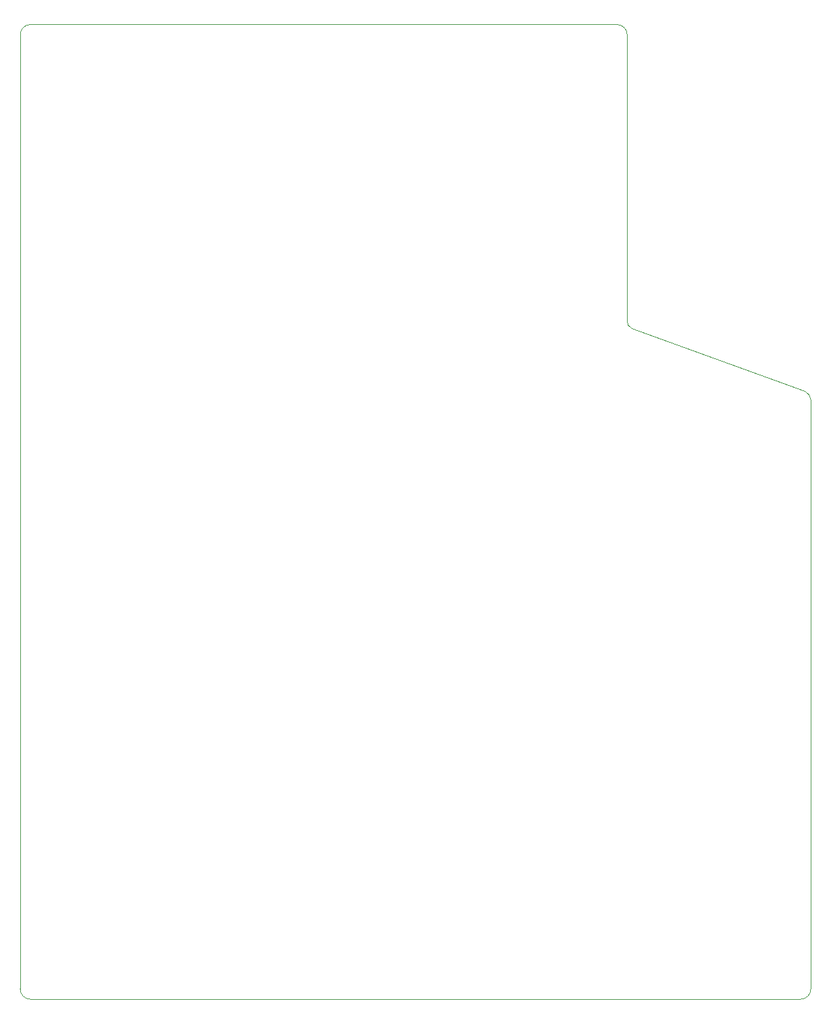
<source format=gm1>
G04 #@! TF.GenerationSoftware,KiCad,Pcbnew,(5.1.5)-3*
G04 #@! TF.CreationDate,2021-03-06T02:00:21+09:00*
G04 #@! TF.ProjectId,Getta25,47657474-6132-4352-9e6b-696361645f70,rev?*
G04 #@! TF.SameCoordinates,Original*
G04 #@! TF.FileFunction,Profile,NP*
%FSLAX46Y46*%
G04 Gerber Fmt 4.6, Leading zero omitted, Abs format (unit mm)*
G04 Created by KiCad (PCBNEW (5.1.5)-3) date 2021-03-06 02:00:21*
%MOMM*%
%LPD*%
G04 APERTURE LIST*
%ADD10C,0.100000*%
G04 APERTURE END LIST*
D10*
X124954000Y-57700000D02*
X102490000Y-49500000D01*
X102489950Y-49500123D02*
G75*
G02X101950000Y-48690000I330050J804980D01*
G01*
X101950000Y-48690000D02*
X101950000Y-11552500D01*
X124954348Y-57700001D02*
G75*
G02X125740000Y-58886185I-479068J-1170578D01*
G01*
X23343750Y-11552500D02*
G75*
G02X24683750Y-10212500I1340000J0D01*
G01*
X24683750Y-136418750D02*
G75*
G02X23343750Y-135078750I0J1340000D01*
G01*
X125737500Y-135078750D02*
G75*
G02X124397500Y-136418750I-1340000J0D01*
G01*
X100610000Y-10212500D02*
G75*
G02X101950000Y-11552500I0J-1340000D01*
G01*
X100610000Y-10212500D02*
X24683750Y-10212500D01*
X125737500Y-135078750D02*
X125737500Y-58886185D01*
X24683750Y-136418750D02*
X124397500Y-136418750D01*
X23343750Y-11552500D02*
X23343750Y-135078750D01*
M02*

</source>
